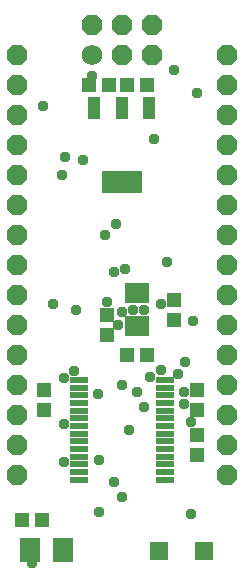
<source format=gbr>
G04 EAGLE Gerber RS-274X export*
G75*
%MOMM*%
%FSLAX34Y34*%
%LPD*%
%INSoldermask Bottom*%
%IPPOS*%
%AMOC8*
5,1,8,0,0,1.08239X$1,22.5*%
G01*
%ADD10R,1.803200X2.003200*%
%ADD11R,2.003200X1.803200*%
%ADD12R,1.203200X1.303200*%
%ADD13R,1.303200X1.203200*%
%ADD14R,1.600200X0.551200*%
%ADD15C,1.727200*%
%ADD16P,1.869504X8X22.500000*%
%ADD17R,1.603200X1.603200*%
%ADD18R,1.092200X1.968500*%
%ADD19R,3.352800X1.968500*%
%ADD20P,1.852186X8X292.500000*%
%ADD21P,1.852186X8X112.500000*%
%ADD22C,0.959600*%


D10*
X52100Y25400D03*
X24100Y25400D03*
D11*
X114300Y242600D03*
X114300Y214600D03*
D12*
X88900Y224400D03*
X88900Y207400D03*
X146050Y220100D03*
X146050Y237100D03*
D13*
X33900Y50800D03*
X16900Y50800D03*
D12*
X35560Y143900D03*
X35560Y160900D03*
D13*
X122800Y419100D03*
X105800Y419100D03*
X74050Y419100D03*
X91050Y419100D03*
X122800Y190500D03*
X105800Y190500D03*
D14*
X65040Y169250D03*
X65040Y162750D03*
X65040Y156250D03*
X65040Y149750D03*
X65040Y143250D03*
X65040Y136750D03*
X65040Y130250D03*
X65040Y117250D03*
X65040Y123750D03*
X65040Y110750D03*
X65040Y104250D03*
X65040Y97750D03*
X65040Y91250D03*
X65040Y84750D03*
X138160Y169250D03*
X138160Y162750D03*
X138160Y156250D03*
X138160Y149750D03*
X138160Y143250D03*
X138160Y136750D03*
X138160Y130250D03*
X138160Y123750D03*
X138160Y117250D03*
X138160Y110750D03*
X138160Y104250D03*
X138160Y97750D03*
X138160Y91250D03*
X138160Y84750D03*
D15*
X76200Y444500D03*
D16*
X101600Y444500D03*
X127000Y444500D03*
X76200Y469900D03*
X101600Y469900D03*
X127000Y469900D03*
D13*
X165100Y160900D03*
X165100Y143900D03*
X165100Y122800D03*
X165100Y105800D03*
D17*
X133400Y24892D03*
X171400Y24892D03*
D18*
X78486Y399479D03*
X101600Y399479D03*
X124714Y399479D03*
D19*
X101600Y337122D03*
D20*
X190500Y444500D03*
X190500Y419100D03*
X190500Y393700D03*
X190500Y368300D03*
X190500Y342900D03*
X190500Y317500D03*
X190500Y292100D03*
X190500Y266700D03*
X190500Y241300D03*
X190500Y215900D03*
X190500Y190500D03*
X190500Y165100D03*
X190500Y139700D03*
X190500Y114300D03*
X190500Y88900D03*
D21*
X12700Y88900D03*
X12700Y114300D03*
X12700Y139700D03*
X12700Y165100D03*
X12700Y190500D03*
X12700Y215900D03*
X12700Y241300D03*
X12700Y266700D03*
X12700Y292100D03*
X12700Y317500D03*
X12700Y342900D03*
X12700Y368300D03*
X12700Y393700D03*
X12700Y419100D03*
X12700Y444500D03*
D22*
X25400Y13942D03*
X50800Y342900D03*
X82550Y101600D03*
X107950Y127000D03*
X146050Y431800D03*
X134938Y233363D03*
X98425Y215900D03*
X160020Y55880D03*
X52550Y132080D03*
X52749Y170808D03*
X68580Y355600D03*
X81280Y157480D03*
X60960Y176996D03*
X63020Y228443D03*
X43264Y233764D03*
X53340Y358140D03*
X52388Y100013D03*
X101600Y165100D03*
X139700Y269335D03*
X165100Y412270D03*
X161925Y219075D03*
X120650Y228600D03*
X34925Y401638D03*
X160338Y133350D03*
X101600Y227013D03*
X104775Y263525D03*
X114300Y158750D03*
X153988Y158750D03*
X120650Y146050D03*
X125869Y171664D03*
X88900Y234950D03*
X76200Y426600D03*
X95250Y82550D03*
X102080Y69850D03*
X153988Y149225D03*
X134938Y177800D03*
X155575Y184150D03*
X111125Y228600D03*
X87313Y292100D03*
X95250Y260350D03*
X82550Y57150D03*
X128588Y373063D03*
X96838Y301625D03*
X149119Y174519D03*
M02*

</source>
